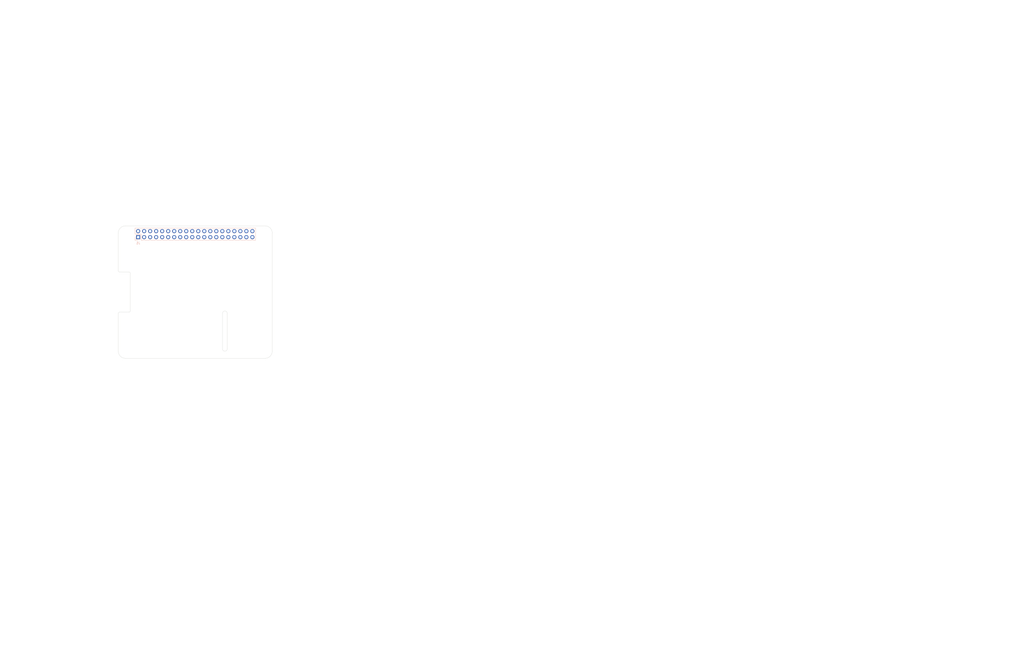
<source format=kicad_pcb>
(kicad_pcb (version 20240108) (generator "pcbnew") (generator_version "8.0")
  (title_block (title "Example Project") (date "15 nov 2012") (company "Dhruba Sunuwar Electronics"))
  (layers (0 "F.Cu" signal) (31 "B.Cu" signal) (34 "B.Paste" user) (35 "F.Paste" user) (36 "B.SilkS" user "B.Silkscreen") (37 "F.SilkS" user "F.Silkscreen") (38 "B.Mask" user) (39 "F.Mask" user) (44 "Edge.Cuts" user))
  (net 0 "")
  (net 1 "GND")
  (net 2 "/GPIO2{slash}SDA1")
  (net 3 "/GPIO3{slash}SCL1")
  (net 4 "/GPIO4{slash}GPCLK0")
  (net 5 "/GPIO14{slash}TXD0")
  (net 6 "/GPIO15{slash}RXD0")
  (net 7 "/GPIO17")
  (net 8 "/GPIO18{slash}PCM.CLK")
  (net 9 "/GPIO27")
  (net 10 "/GPIO22")
  (net 11 "/GPIO23")
  (net 12 "/GPIO24")
  (net 13 "/GPIO10{slash}SPI0.MOSI")
  (net 14 "/GPIO9{slash}SPI0.MISO")
  (net 15 "/GPIO25")
  (net 16 "/GPIO11{slash}SPI0.SCLK")
  (net 17 "/GPIO8{slash}SPI0.CE0")
  (net 18 "/GPIO7{slash}SPI0.CE1")
  (net 19 "/ID_SDA")
  (net 20 "/ID_SCL")
  (net 21 "/GPIO5")
  (net 22 "/GPIO6")
  (net 23 "/GPIO12{slash}PWM0")
  (net 24 "/GPIO13{slash}PWM1")
  (net 25 "/GPIO19{slash}PCM.FS")
  (net 26 "/GPIO16")
  (net 27 "/GPIO26")
  (net 28 "/GPIO20{slash}PCM.DIN")
  (net 29 "/GPIO21{slash}PCM.DOUT")
  (net 30 "+5V")
  (net 31 "+3V3")
  (footprint "MountingHole:MountingHole_2.7mm_M2.5" (layer "F.Cu") (at 234.73 116.23)
    (property "Reference" "MH2" (hide yes))
    (property "Value" "MountingHole_2.7mm_M2.5" (hide yes))
    (pad "" np_thru_hole circle (at 0 0) (size 2.7 2.7) (drill 2.7) (layers "*.Cu" "*.Mask"))
  )
  (footprint "MountingHole:MountingHole_2.7mm_M2.5" (layer "F.Cu") (at 176.73 165.23)
    (property "Reference" "MH3" (hide yes))
    (property "Value" "MountingHole_2.7mm_M2.5" (hide yes))
    (pad "" np_thru_hole circle (at 0 0) (size 2.7 2.7) (drill 2.7) (layers "*.Cu" "*.Mask"))
  )
  (footprint "MountingHole:MountingHole_2.7mm_M2.5" (layer "F.Cu") (at 176.73 116.23)
    (property "Reference" "MH1" (hide yes))
    (property "Value" "MountingHole_2.7mm_M2.5" (hide yes))
    (pad "" np_thru_hole circle (at 0 0) (size 2.7 2.7) (drill 2.7) (layers "*.Cu" "*.Mask"))
  )
  (footprint "MountingHole:MountingHole_2.7mm_M2.5" (layer "F.Cu") (at 234.73 165.23)
    (property "Reference" "MH4" (hide yes))
    (property "Value" "MountingHole_2.7mm_M2.5" (hide yes))
    (pad "" np_thru_hole circle (at 0 0) (size 2.7 2.7) (drill 2.7) (layers "*.Cu" "*.Mask"))
  )
  (footprint "Connector_PinSocket_2.54mm:PinSocket_2x20_P2.54mm_Vertical" (layer "B.Cu") (at 181.6 117.5 -90)
    (property "Reference" "J1" (at 2.5 0 0) (layer "B.SilkS") (effects (justify mirror)))
    (property "Value" "GPIO")
    (fp_line (start -3.87 1.33) (end -1.27 1.33) (stroke (width 0.12)) (layer "B.SilkS"))
    (fp_line (start -3.87 1.33) (end -3.87 -49.59) (stroke (width 0.12)) (layer "B.SilkS"))
    (fp_line (start -1.27 1.33) (end -1.27 -1.27) (stroke (width 0.12)) (layer "B.SilkS"))
    (fp_line (start 0 1.33) (end 1.33 1.33) (stroke (width 0.12)) (layer "B.SilkS"))
    (fp_line (start 1.33 1.33) (end 1.33 0) (stroke (width 0.12)) (layer "B.SilkS"))
    (fp_line (start -1.27 -1.27) (end 1.33 -1.27) (stroke (width 0.12)) (layer "B.SilkS"))
    (fp_line (start 1.33 -1.27) (end 1.33 -49.59) (stroke (width 0.12)) (layer "B.SilkS"))
    (fp_line (start -3.87 -49.59) (end 1.33 -49.59) (stroke (width 0.12)) (layer "B.SilkS"))
    (pad "1" thru_hole rect (at 0 0 270) (size 1.7 1.7) (drill 1) (layers "*.Cu" "*.Mask") (net 31 "+3V3"))
    (pad "2" thru_hole oval (at -2.54 0 270) (size 1.7 1.7) (drill 1) (layers "*.Cu" "*.Mask") (net 30 "+5V"))
    (pad "3" thru_hole oval (at 0 -2.54 270) (size 1.7 1.7) (drill 1) (layers "*.Cu" "*.Mask") (net 2 "/GPIO2{slash}SDA1"))
    (pad "4" thru_hole oval (at -2.54 -2.54 270) (size 1.7 1.7) (drill 1) (layers "*.Cu" "*.Mask") (net 30 "+5V"))
    (pad "5" thru_hole oval (at 0 -5.08 270) (size 1.7 1.7) (drill 1) (layers "*.Cu" "*.Mask") (net 3 "/GPIO3{slash}SCL1"))
    (pad "6" thru_hole oval (at -2.54 -5.08 270) (size 1.7 1.7) (drill 1) (layers "*.Cu" "*.Mask") (net 1 "GND"))
    (pad "7" thru_hole oval (at 0 -7.62 270) (size 1.7 1.7) (drill 1) (layers "*.Cu" "*.Mask") (net 4 "/GPIO4{slash}GPCLK0"))
    (pad "8" thru_hole oval (at -2.54 -7.62 270) (size 1.7 1.7) (drill 1) (layers "*.Cu" "*.Mask") (net 5 "/GPIO14{slash}TXD0"))
    (pad "9" thru_hole oval (at 0 -10.16 270) (size 1.7 1.7) (drill 1) (layers "*.Cu" "*.Mask") (net 1 "GND"))
    (pad "10" thru_hole oval (at -2.54 -10.16 270) (size 1.7 1.7) (drill 1) (layers "*.Cu" "*.Mask") (net 6 "/GPIO15{slash}RXD0"))
    (pad "11" thru_hole oval (at 0 -12.7 270) (size 1.7 1.7) (drill 1) (layers "*.Cu" "*.Mask") (net 7 "/GPIO17"))
    (pad "12" thru_hole oval (at -2.54 -12.7 270) (size 1.7 1.7) (drill 1) (layers "*.Cu" "*.Mask") (net 8 "/GPIO18{slash}PCM.CLK"))
    (pad "13" thru_hole oval (at 0 -15.24 270) (size 1.7 1.7) (drill 1) (layers "*.Cu" "*.Mask") (net 9 "/GPIO27"))
    (pad "14" thru_hole oval (at -2.54 -15.24 270) (size 1.7 1.7) (drill 1) (layers "*.Cu" "*.Mask") (net 1 "GND"))
    (pad "15" thru_hole oval (at 0 -17.78 270) (size 1.7 1.7) (drill 1) (layers "*.Cu" "*.Mask") (net 10 "/GPIO22"))
    (pad "16" thru_hole oval (at -2.54 -17.78 270) (size 1.7 1.7) (drill 1) (layers "*.Cu" "*.Mask") (net 11 "/GPIO23"))
    (pad "17" thru_hole oval (at 0 -20.32 270) (size 1.7 1.7) (drill 1) (layers "*.Cu" "*.Mask") (net 31 "+3V3"))
    (pad "18" thru_hole oval (at -2.54 -20.32 270) (size 1.7 1.7) (drill 1) (layers "*.Cu" "*.Mask") (net 12 "/GPIO24"))
    (pad "19" thru_hole oval (at 0 -22.86 270) (size 1.7 1.7) (drill 1) (layers "*.Cu" "*.Mask") (net 13 "/GPIO10{slash}SPI0.MOSI"))
    (pad "20" thru_hole oval (at -2.54 -22.86 270) (size 1.7 1.7) (drill 1) (layers "*.Cu" "*.Mask") (net 1 "GND"))
    (pad "21" thru_hole oval (at 0 -25.4 270) (size 1.7 1.7) (drill 1) (layers "*.Cu" "*.Mask") (net 14 "/GPIO9{slash}SPI0.MISO"))
    (pad "22" thru_hole oval (at -2.54 -25.4 270) (size 1.7 1.7) (drill 1) (layers "*.Cu" "*.Mask") (net 15 "/GPIO25"))
    (pad "23" thru_hole oval (at 0 -27.94 270) (size 1.7 1.7) (drill 1) (layers "*.Cu" "*.Mask") (net 16 "/GPIO11{slash}SPI0.SCLK"))
    (pad "24" thru_hole oval (at -2.54 -27.94 270) (size 1.7 1.7) (drill 1) (layers "*.Cu" "*.Mask") (net 17 "/GPIO8{slash}SPI0.CE0"))
    (pad "25" thru_hole oval (at 0 -30.48 270) (size 1.7 1.7) (drill 1) (layers "*.Cu" "*.Mask") (net 1 "GND"))
    (pad "26" thru_hole oval (at -2.54 -30.48 270) (size 1.7 1.7) (drill 1) (layers "*.Cu" "*.Mask") (net 18 "/GPIO7{slash}SPI0.CE1"))
    (pad "27" thru_hole oval (at 0 -33.02 270) (size 1.7 1.7) (drill 1) (layers "*.Cu" "*.Mask") (net 19 "/ID_SDA"))
    (pad "28" thru_hole oval (at -2.54 -33.02 270) (size 1.7 1.7) (drill 1) (layers "*.Cu" "*.Mask") (net 20 "/ID_SCL"))
    (pad "29" thru_hole oval (at 0 -35.56 270) (size 1.7 1.7) (drill 1) (layers "*.Cu" "*.Mask") (net 21 "/GPIO5"))
    (pad "30" thru_hole oval (at -2.54 -35.56 270) (size 1.7 1.7) (drill 1) (layers "*.Cu" "*.Mask") (net 1 "GND"))
    (pad "31" thru_hole oval (at 0 -38.1 270) (size 1.7 1.7) (drill 1) (layers "*.Cu" "*.Mask") (net 22 "/GPIO6"))
    (pad "32" thru_hole oval (at -2.54 -38.1 270) (size 1.7 1.7) (drill 1) (layers "*.Cu" "*.Mask") (net 23 "/GPIO12{slash}PWM0"))
    (pad "33" thru_hole oval (at 0 -40.64 270) (size 1.7 1.7) (drill 1) (layers "*.Cu" "*.Mask") (net 24 "/GPIO13{slash}PWM1"))
    (pad "34" thru_hole oval (at -2.54 -40.64 270) (size 1.7 1.7) (drill 1) (layers "*.Cu" "*.Mask") (net 1 "GND"))
    (pad "35" thru_hole oval (at 0 -43.18 270) (size 1.7 1.7) (drill 1) (layers "*.Cu" "*.Mask") (net 25 "/GPIO19{slash}PCM.FS"))
    (pad "36" thru_hole oval (at -2.54 -43.18 270) (size 1.7 1.7) (drill 1) (layers "*.Cu" "*.Mask") (net 26 "/GPIO16"))
    (pad "37" thru_hole oval (at 0 -45.72 270) (size 1.7 1.7) (drill 1) (layers "*.Cu" "*.Mask") (net 27 "/GPIO26"))
    (pad "38" thru_hole oval (at -2.54 -45.72 270) (size 1.7 1.7) (drill 1) (layers "*.Cu" "*.Mask") (net 28 "/GPIO20{slash}PCM.DIN"))
    (pad "39" thru_hole oval (at 0 -48.26 270) (size 1.7 1.7) (drill 1) (layers "*.Cu" "*.Mask") (net 1 "GND"))
    (pad "40" thru_hole oval (at -2.54 -48.26 270) (size 1.7 1.7) (drill 1) (layers "*.Cu" "*.Mask") (net 29 "/GPIO21{slash}PCM.DOUT"))
  )
  (gr_arc (start 173.73 132.23) (mid 173.376447 132.083553) (end 173.23 131.73) (stroke (width 0.1)) (layer "Edge.Cuts"))
  (gr_arc (start 235.23 112.73) (mid 237.35132 113.60868) (end 238.23 115.73) (stroke (width 0.1)) (layer "Edge.Cuts"))
  (gr_line (start 238.23 165.73) (end 238.23 115.73) (stroke (width 0.1)) (layer "Edge.Cuts"))
  (gr_line (start 173.23 115.73) (end 173.23 131.73) (stroke (width 0.1)) (layer "Edge.Cuts"))
  (gr_line (start 219.23 149.73) (end 219.23 164.73) (stroke (width 0.1)) (layer "Edge.Cuts"))
  (gr_line (start 217.23 164.73) (end 217.23 149.73) (stroke (width 0.1)) (layer "Edge.Cuts"))
  (gr_arc (start 176.23 168.73) (mid 174.10868 167.85132) (end 173.23 165.73) (stroke (width 0.1)) (layer "Edge.Cuts"))
  (gr_line (start 176.23 168.73) (end 235.23 168.73) (stroke (width 0.1)) (layer "Edge.Cuts"))
  (gr_line (start 177.73 149.23) (end 173.73 149.23) (stroke (width 0.1)) (layer "Edge.Cuts"))
  (gr_arc (start 217.23 149.73) (mid 218.23 148.73) (end 219.23 149.73) (stroke (width 0.1)) (layer "Edge.Cuts"))
  (gr_arc (start 173.23 149.73) (mid 173.376138 149.376755) (end 173.729127 149.230001) (stroke (width 0.1)) (layer "Edge.Cuts"))
  (gr_arc (start 238.23 165.73) (mid 237.35132 167.85132) (end 235.23 168.73) (stroke (width 0.1)) (layer "Edge.Cuts"))
  (gr_line (start 178.23 132.73) (end 178.23 148.73) (stroke (width 0.1)) (layer "Edge.Cuts"))
  (gr_arc (start 173.23 115.73) (mid 174.10868 113.60868) (end 176.23 112.73) (stroke (width 0.1)) (layer "Edge.Cuts"))
  (gr_arc (start 219.23 164.73) (mid 218.23 165.73) (end 217.23 164.73) (stroke (width 0.1)) (layer "Edge.Cuts"))
  (gr_line (start 173.23 149.73) (end 173.23 165.73) (stroke (width 0.1)) (layer "Edge.Cuts"))
  (gr_line (start 173.73 132.23) (end 177.73 132.23) (stroke (width 0.1)) (layer "Edge.Cuts"))
  (gr_arc (start 178.23 148.73) (mid 178.083553 149.083553) (end 177.73 149.23) (stroke (width 0.1)) (layer "Edge.Cuts"))
  (gr_arc (start 177.73 132.23) (mid 178.083553 132.376447) (end 178.23 132.73) (stroke (width 0.1)) (layer "Edge.Cuts"))
  (gr_line (start 235.23 112.73) (end 176.23 112.73) (stroke (width 0.1)) (layer "Edge.Cuts"))
)
</source>
